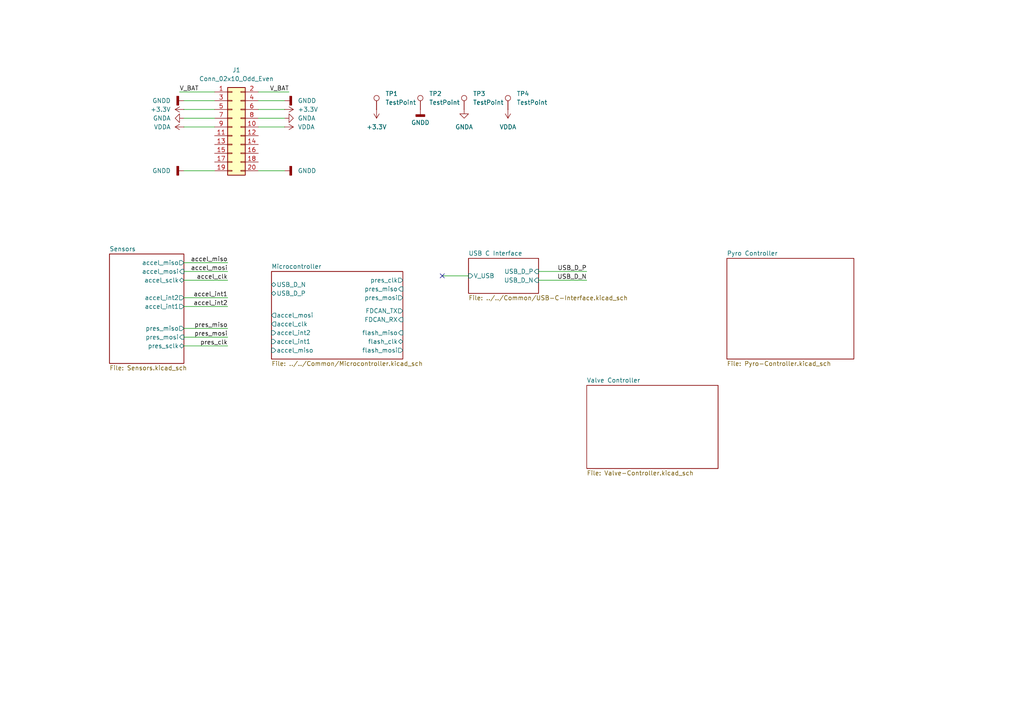
<source format=kicad_sch>
(kicad_sch (version 20231120) (generator "eeschema") (generator_version "8.0")
  (paper "A4")
  (title_block (title "SRAD Avionics") (rev "1") (company "Rowan Rocketry"))
  (lib_symbols
    (symbol "Connector:TestPoint" (pin_numbers hide) (pin_names (offset 0.762) hide)
      (property "Reference" "TP" (at 0 6.858 0))
      (property "Value" "TestPoint" (at 0 5.08 0))
      (symbol "TestPoint_0_1"
        (circle (center 0 3.302) (radius 0.762))
      )
      (symbol "TestPoint_1_1"
        (pin passive line (at 0 0 90) (length 2.54) (name "1") (number "1"))
      )
    )
    (symbol "Connector_Generic:Conn_02x10_Odd_Even" (pin_names (offset 1.016) hide)
      (property "Reference" "J" (at 1.27 12.7 0))
      (property "Value" "Conn_02x10_Odd_Even" (at 1.27 -15.24 0))
      (symbol "Conn_02x10_Odd_Even_1_1"
        (rectangle (start -1.27 -12.573) (end 0 -12.827) (stroke (width 0.1524)))
        (rectangle (start -1.27 -10.033) (end 0 -10.287) (stroke (width 0.1524)))
        (rectangle (start -1.27 -7.493) (end 0 -7.747) (stroke (width 0.1524)))
        (rectangle (start -1.27 -4.953) (end 0 -5.207) (stroke (width 0.1524)))
        (rectangle (start -1.27 -2.413) (end 0 -2.667) (stroke (width 0.1524)))
        (rectangle (start -1.27 0.127) (end 0 -0.127) (stroke (width 0.1524)))
        (rectangle (start -1.27 2.667) (end 0 2.413) (stroke (width 0.1524)))
        (rectangle (start -1.27 5.207) (end 0 4.953) (stroke (width 0.1524)))
        (rectangle (start -1.27 7.747) (end 0 7.493) (stroke (width 0.1524)))
        (rectangle (start -1.27 10.287) (end 0 10.033) (stroke (width 0.1524)))
        (rectangle (start -1.27 11.43) (end 3.81 -13.97) (stroke (width 0.254)) (fill (type background)))
        (rectangle (start 3.81 -12.573) (end 2.54 -12.827) (stroke (width 0.1524)))
        (rectangle (start 3.81 -10.033) (end 2.54 -10.287) (stroke (width 0.1524)))
        (rectangle (start 3.81 -7.493) (end 2.54 -7.747) (stroke (width 0.1524)))
        (rectangle (start 3.81 -4.953) (end 2.54 -5.207) (stroke (width 0.1524)))
        (rectangle (start 3.81 -2.413) (end 2.54 -2.667) (stroke (width 0.1524)))
        (rectangle (start 3.81 0.127) (end 2.54 -0.127) (stroke (width 0.1524)))
        (rectangle (start 3.81 2.667) (end 2.54 2.413) (stroke (width 0.1524)))
        (rectangle (start 3.81 5.207) (end 2.54 4.953) (stroke (width 0.1524)))
        (rectangle (start 3.81 7.747) (end 2.54 7.493) (stroke (width 0.1524)))
        (rectangle (start 3.81 10.287) (end 2.54 10.033) (stroke (width 0.1524)))
        (pin passive line (at -5.08 10.16 0) (length 3.81) (name "Pin_1") (number "1"))
        (pin passive line (at 7.62 0 180) (length 3.81) (name "Pin_10") (number "10"))
        (pin passive line (at -5.08 -2.54 0) (length 3.81) (name "Pin_11") (number "11"))
        (pin passive line (at 7.62 -2.54 180) (length 3.81) (name "Pin_12") (number "12"))
        (pin passive line (at -5.08 -5.08 0) (length 3.81) (name "Pin_13") (number "13"))
        (pin passive line (at 7.62 -5.08 180) (length 3.81) (name "Pin_14") (number "14"))
        (pin passive line (at -5.08 -7.62 0) (length 3.81) (name "Pin_15") (number "15"))
        (pin passive line (at 7.62 -7.62 180) (length 3.81) (name "Pin_16") (number "16"))
        (pin passive line (at -5.08 -10.16 0) (length 3.81) (name "Pin_17") (number "17"))
        (pin passive line (at 7.62 -10.16 180) (length 3.81) (name "Pin_18") (number "18"))
        (pin passive line (at -5.08 -12.7 0) (length 3.81) (name "Pin_19") (number "19"))
        (pin passive line (at 7.62 10.16 180) (length 3.81) (name "Pin_2") (number "2"))
        (pin passive line (at 7.62 -12.7 180) (length 3.81) (name "Pin_20") (number "20"))
        (pin passive line (at -5.08 7.62 0) (length 3.81) (name "Pin_3") (number "3"))
        (pin passive line (at 7.62 7.62 180) (length 3.81) (name "Pin_4") (number "4"))
        (pin passive line (at -5.08 5.08 0) (length 3.81) (name "Pin_5") (number "5"))
        (pin passive line (at 7.62 5.08 180) (length 3.81) (name "Pin_6") (number "6"))
        (pin passive line (at -5.08 2.54 0) (length 3.81) (name "Pin_7") (number "7"))
        (pin passive line (at 7.62 2.54 180) (length 3.81) (name "Pin_8") (number "8"))
        (pin passive line (at -5.08 0 0) (length 3.81) (name "Pin_9") (number "9"))
      )
    )
    (symbol "power:+3.3V" (power) (pin_numbers hide) (pin_names (offset 0) hide)
      (property "Value" "+3.3V" (at 0 3.556 0))
      (symbol "+3.3V_0_1"
        (polyline (pts (xy -0.762 1.27) (xy 0 2.54)))
        (polyline (pts (xy 0 0) (xy 0 2.54)))
        (polyline (pts (xy 0 2.54) (xy 0.762 1.27)))
      )
      (symbol "+3.3V_1_1"
        (pin power_in line (at 0 0 90) (length 0) (name "~") (number "1"))
      )
    )
    (symbol "power:GNDA" (power) (pin_numbers hide) (pin_names (offset 0) hide)
      (property "Value" "GNDA" (at 0 -3.81 0))
      (symbol "GNDA_0_1"
        (polyline (pts (xy 0 0) (xy 0 -1.27) (xy 1.27 -1.27) (xy 0 -2.54) (xy -1.27 -1.27) (xy 0 -1.27)))
      )
      (symbol "GNDA_1_1"
        (pin power_in line (at 0 0 270) (length 0) (name "~") (number "1"))
      )
    )
    (symbol "power:GNDD" (power) (pin_numbers hide) (pin_names (offset 0) hide)
      (property "Value" "GNDD" (at 0 -3.175 0))
      (symbol "GNDD_0_1"
        (rectangle (start -1.27 -1.524) (end 1.27 -2.032) (stroke (width 0.254)) (fill (type outline)))
        (polyline (pts (xy 0 0) (xy 0 -1.524)))
      )
      (symbol "GNDD_1_1"
        (pin power_in line (at 0 0 270) (length 0) (name "~") (number "1"))
      )
    )
    (symbol "power:VDDA" (power) (pin_numbers hide) (pin_names (offset 0) hide)
      (property "Value" "VDDA" (at 0 3.556 0))
      (symbol "VDDA_0_1"
        (polyline (pts (xy -0.762 1.27) (xy 0 2.54)))
        (polyline (pts (xy 0 0) (xy 0 2.54)))
        (polyline (pts (xy 0 2.54) (xy 0.762 1.27)))
      )
      (symbol "VDDA_1_1"
        (pin power_in line (at 0 0 90) (length 0) (name "~") (number "1"))
      )
    )
  )
  (no_connect (at 128.27 80.01))
  (wire (pts (xy 82.55 29.21) (xy 74.93 29.21)))
  (wire (pts (xy 53.34 29.21) (xy 62.23 29.21)))
  (wire (pts (xy 53.34 34.29) (xy 62.23 34.29)))
  (wire (pts (xy 82.55 31.75) (xy 74.93 31.75)))
  (wire (pts (xy 53.34 95.25) (xy 66.04 95.25)))
  (wire (pts (xy 83.82 26.67) (xy 74.93 26.67)))
  (wire (pts (xy 170.18 78.74) (xy 156.21 78.74)))
  (wire (pts (xy 82.55 34.29) (xy 74.93 34.29)))
  (wire (pts (xy 53.34 86.36) (xy 66.04 86.36)))
  (wire (pts (xy 53.34 31.75) (xy 62.23 31.75)))
  (wire (pts (xy 53.34 76.2) (xy 66.04 76.2)))
  (wire (pts (xy 53.34 49.53) (xy 62.23 49.53)))
  (wire (pts (xy 128.27 80.01) (xy 135.89 80.01)))
  (wire (pts (xy 53.34 100.33) (xy 66.04 100.33)))
  (wire (pts (xy 52.07 26.67) (xy 62.23 26.67)))
  (wire (pts (xy 53.34 88.9) (xy 66.04 88.9)))
  (wire (pts (xy 53.34 78.74) (xy 66.04 78.74)))
  (wire (pts (xy 53.34 81.28) (xy 66.04 81.28)))
  (wire (pts (xy 170.18 81.28) (xy 156.21 81.28)))
  (wire (pts (xy 82.55 49.53) (xy 74.93 49.53)))
  (wire (pts (xy 53.34 97.79) (xy 66.04 97.79)))
  (wire (pts (xy 82.55 36.83) (xy 74.93 36.83)))
  (wire (pts (xy 53.34 36.83) (xy 62.23 36.83)))
  (label "pres_mosi" (at 66.04 97.79 180))
  (label "accel_int2" (at 66.04 88.9 180))
  (label "accel_clk" (at 66.04 81.28 180))
  (label "V_BAT" (at 83.82 26.67 180))
  (label "accel_mosi" (at 66.04 78.74 180))
  (label "USB_D_P" (at 170.18 78.74 180))
  (label "pres_clk" (at 66.04 100.33 180))
  (label "pres_miso" (at 66.04 95.25 180))
  (label "V_BAT" (at 52.07 26.67 0))
  (label "accel_int1" (at 66.04 86.36 180))
  (label "accel_miso" (at 66.04 76.2 180))
  (label "USB_D_N" (at 170.18 81.28 180))
  (symbol (lib_id "power:VDDA") (at 82.55 36.83 270) (unit 1)
    (property "Reference" "#PWR033" (effects (hide yes)))
    (property "Value" "VDDA" (at 86.36 36.8299 90) (effects (justify left)))
    (property "Description" "Power symbol creates a global label with name \"VDDA\"" (effects (hide yes)))
  )
  (symbol (lib_id "power:GNDA") (at 134.62 31.75 0) (unit 1)
    (property "Reference" "#PWR09" (effects (hide yes)))
    (property "Value" "GNDA" (at 134.62 36.83 0))
    (property "Description" "Power symbol creates a global label with name \"GNDA\" , analog ground" (effects (hide yes)))
  )
  (symbol (lib_id "Connector:TestPoint") (at 109.22 31.75 0) (unit 1)
    (property "Reference" "TP1" (at 111.76 27.1779 0) (effects (justify left)))
    (property "Value" "TestPoint" (at 111.76 29.7179 0) (effects (justify left)))
    (property "Footprint" "TestPoint:TestPoint_Loop_D2.60mm_Drill1.6mm_Beaded" (effects (hide yes)))
    (property "Description" "test point" (effects (hide yes)))
  )
  (symbol (lib_id "power:VDDA") (at 53.34 36.83 90) (unit 1)
    (property "Reference" "#PWR055" (effects (hide yes)))
    (property "Value" "VDDA" (at 49.53 36.8299 90) (effects (justify left)))
    (property "Description" "Power symbol creates a global label with name \"VDDA\"" (effects (hide yes)))
  )
  (symbol (lib_id "Connector:TestPoint") (at 121.92 31.75 0) (unit 1)
    (property "Reference" "TP2" (at 124.46 27.1779 0) (effects (justify left)))
    (property "Value" "TestPoint" (at 124.46 29.7179 0) (effects (justify left)))
    (property "Footprint" "TestPoint:TestPoint_Loop_D2.60mm_Drill1.6mm_Beaded" (effects (hide yes)))
    (property "Description" "test point" (effects (hide yes)))
  )
  (symbol (lib_id "power:VDDA") (at 147.32 31.75 180) (unit 1)
    (property "Reference" "#PWR010" (effects (hide yes)))
    (property "Value" "VDDA" (at 147.32 36.83 0))
    (property "Description" "Power symbol creates a global label with name \"VDDA\"" (effects (hide yes)))
  )
  (symbol (lib_id "power:+3.3V") (at 109.22 31.75 180) (unit 1)
    (property "Reference" "#PWR04" (effects (hide yes)))
    (property "Value" "+3.3V" (at 109.22 36.83 0))
    (property "Description" "Power symbol creates a global label with name \"+3.3V\"" (effects (hide yes)))
  )
  (symbol (lib_id "power:GNDD") (at 53.34 49.53 270) (unit 1)
    (property "Reference" "#PWR057" (effects (hide yes)))
    (property "Value" "GNDD" (at 49.53 49.5299 90) (effects (justify right)))
    (property "Description" "Power symbol creates a global label with name \"GNDD\" , digital ground" (effects (hide yes)))
  )
  (symbol (lib_id "power:GNDD") (at 53.34 29.21 270) (unit 1)
    (property "Reference" "#PWR02" (effects (hide yes)))
    (property "Value" "GNDD" (at 49.53 29.2099 90) (effects (justify right)))
    (property "Description" "Power symbol creates a global label with name \"GNDD\" , digital ground" (effects (hide yes)))
  )
  (symbol (lib_id "power:GNDD") (at 82.55 49.53 90) (unit 1)
    (property "Reference" "#PWR056" (effects (hide yes)))
    (property "Value" "GNDD" (at 86.36 49.5299 90) (effects (justify right)))
    (property "Description" "Power symbol creates a global label with name \"GNDD\" , digital ground" (effects (hide yes)))
  )
  (symbol (lib_id "power:GNDA") (at 82.55 34.29 90) (unit 1)
    (property "Reference" "#PWR030" (effects (hide yes)))
    (property "Value" "GNDA" (at 86.36 34.2899 90) (effects (justify right)))
    (property "Description" "Power symbol creates a global label with name \"GNDA\" , analog ground" (effects (hide yes)))
  )
  (symbol (lib_id "power:GNDD") (at 82.55 29.21 90) (unit 1)
    (property "Reference" "#PWR01" (effects (hide yes)))
    (property "Value" "GNDD" (at 86.36 29.2099 90) (effects (justify right)))
    (property "Description" "Power symbol creates a global label with name \"GNDD\" , digital ground" (effects (hide yes)))
  )
  (symbol (lib_id "power:+3.3V") (at 53.34 31.75 90) (unit 1)
    (property "Reference" "#PWR028" (effects (hide yes)))
    (property "Value" "+3.3V" (at 49.53 31.7499 90) (effects (justify left)))
    (property "Description" "Power symbol creates a global label with name \"+3.3V\"" (effects (hide yes)))
  )
  (symbol (lib_id "Connector:TestPoint") (at 134.62 31.75 0) (unit 1)
    (property "Reference" "TP3" (at 137.16 27.1779 0) (effects (justify left)))
    (property "Value" "TestPoint" (at 137.16 29.7179 0) (effects (justify left)))
    (property "Footprint" "TestPoint:TestPoint_Loop_D2.60mm_Drill1.6mm_Beaded" (effects (hide yes)))
    (property "Description" "test point" (effects (hide yes)))
  )
  (symbol (lib_id "power:GNDA") (at 53.34 34.29 270) (unit 1)
    (property "Reference" "#PWR032" (effects (hide yes)))
    (property "Value" "GNDA" (at 49.53 34.2899 90) (effects (justify right)))
    (property "Description" "Power symbol creates a global label with name \"GNDA\" , analog ground" (effects (hide yes)))
  )
  (symbol (lib_id "power:GNDD") (at 121.92 31.75 0) (unit 1)
    (property "Reference" "#PWR06" (effects (hide yes)))
    (property "Value" "GNDD" (at 121.92 35.56 0))
    (property "Description" "Power symbol creates a global label with name \"GNDD\" , digital ground" (effects (hide yes)))
  )
  (symbol (lib_id "Connector:TestPoint") (at 147.32 31.75 0) (unit 1)
    (property "Reference" "TP4" (at 149.86 27.1779 0) (effects (justify left)))
    (property "Value" "TestPoint" (at 149.86 29.7179 0) (effects (justify left)))
    (property "Footprint" "TestPoint:TestPoint_Loop_D2.60mm_Drill1.6mm_Beaded" (effects (hide yes)))
    (property "Description" "test point" (effects (hide yes)))
  )
  (symbol (lib_id "power:+3.3V") (at 82.55 31.75 270) (unit 1)
    (property "Reference" "#PWR027" (effects (hide yes)))
    (property "Value" "+3.3V" (at 86.36 31.7499 90) (effects (justify left)))
    (property "Description" "Power symbol creates a global label with name \"+3.3V\"" (effects (hide yes)))
  )
  (symbol (lib_id "Connector_Generic:Conn_02x10_Odd_Even") (at 67.31 36.83 0) (unit 1)
    (property "Reference" "J1" (at 68.58 20.32 0))
    (property "Value" "Conn_02x10_Odd_Even" (at 68.58 22.86 0))
    (property "Footprint" "Connector_PinSocket_2.54mm:PinSocket_2x10_P2.54mm_Vertical" (effects (hide yes)))
    (property "Description" "Generic connector, double row, 02x10, odd/even pin numbering scheme (row 1 odd numbers, row 2 even numbers), script generated (kicad-library-utils/schlib/autogen/connector/)" (effects (hide yes)))
  )
  (sheet (at 31.75 73.66) (size 21.59 31.75) (stroke (width 0.1524))
    (property "Sheetname" "Sensors" (at 31.75 72.9484 0) (effects (justify left bottom)))
    (property "Sheetfile" "Sensors.kicad_sch" (at 31.75 105.9946 0) (effects (justify left top)))
    (pin "accel_miso" output (at 53.34 76.2 0))
    (pin "accel_sclk" bidirectional (at 53.34 81.28 0))
    (pin "accel_mosi" input (at 53.34 78.74 0))
    (pin "accel_int2" output (at 53.34 86.36 0))
    (pin "accel_int1" output (at 53.34 88.9 0))
    (pin "pres_miso" output (at 53.34 95.25 0))
    (pin "pres_sclk" bidirectional (at 53.34 100.33 0))
    (pin "pres_mosi" input (at 53.34 97.79 0))
  )
  (sheet (at 78.74 78.74) (size 38.1 25.4) (stroke (width 0.1524))
    (property "Sheetname" "Microcontroller" (at 78.74 78.0284 0) (effects (justify left bottom)))
    (property "Sheetfile" "../../Common/Microcontroller.kicad_sch" (at 78.74 104.7246 0) (effects (justify left top)))
    (pin "accel_mosi" output (at 78.74 91.44 180))
    (pin "flash_clk" bidirectional (at 116.84 99.06 0))
    (pin "USB_D_N" bidirectional (at 78.74 82.55 180))
    (pin "USB_D_P" bidirectional (at 78.74 85.09 180))
    (pin "accel_clk" output (at 78.74 93.98 180))
    (pin "accel_int2" input (at 78.74 96.52 180))
    (pin "accel_int1" input (at 78.74 99.06 180))
    (pin "accel_miso" input (at 78.74 101.6 180))
    (pin "pres_clk" output (at 116.84 81.28 0))
    (pin "pres_miso" input (at 116.84 83.82 0))
    (pin "pres_mosi" output (at 116.84 86.36 0))
    (pin "FDCAN_TX" output (at 116.84 90.17 0))
    (pin "FDCAN_RX" input (at 116.84 92.71 0))
    (pin "flash_mosi" output (at 116.84 101.6 0))
    (pin "flash_miso" input (at 116.84 96.52 0))
  )
  (sheet (at 210.82 74.93) (size 36.83 29.21) (stroke (width 0.1524))
    (property "Sheetname" "Pyro Controller" (at 210.82 74.2184 0) (effects (justify left bottom)))
    (property "Sheetfile" "Pyro-Controller.kicad_sch" (at 210.82 104.7246 0) (effects (justify left top)))
  )
  (sheet (at 170.18 111.76) (size 38.1 24.13) (stroke (width 0.1524))
    (property "Sheetname" "Valve Controller" (at 170.18 111.0484 0) (effects (justify left bottom)))
    (property "Sheetfile" "Valve-Controller.kicad_sch" (at 170.18 136.4746 0) (effects (justify left top)))
  )
  (sheet (at 135.89 74.93) (size 20.32 10.16) (stroke (width 0.1524))
    (property "Sheetname" "USB C Interface" (at 135.89 74.2184 0) (effects (justify left bottom)))
    (property "Sheetfile" "../../Common/USB-C-Interface.kicad_sch" (at 135.89 85.6746 0) (effects (justify left top)))
    (pin "V_USB" input (at 135.89 80.01 180))
    (pin "USB_D_P" input (at 156.21 78.74 0))
    (pin "USB_D_N" input (at 156.21 81.28 0))
  )
)
</source>
